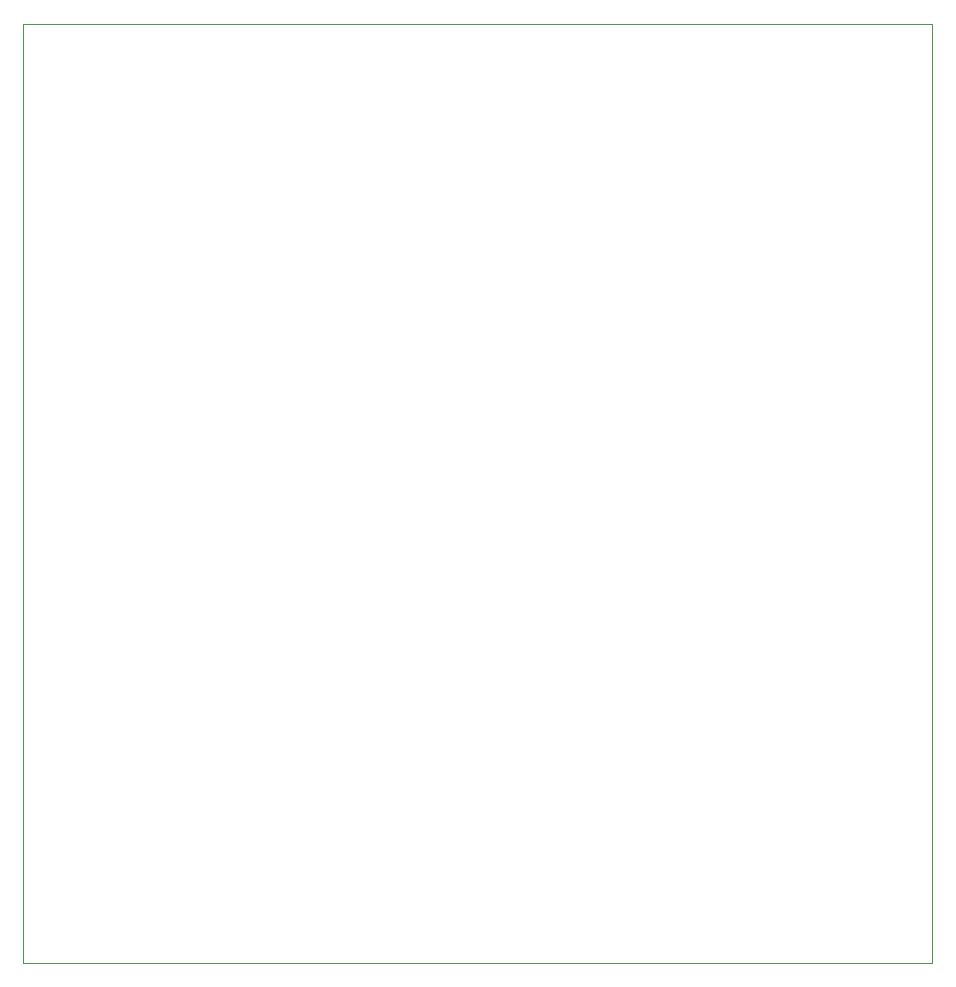
<source format=gbr>
%TF.GenerationSoftware,KiCad,Pcbnew,7.0.1*%
%TF.CreationDate,2023-03-31T16:58:59-04:00*%
%TF.ProjectId,KiwiBoard,4b697769-426f-4617-9264-2e6b69636164,rev?*%
%TF.SameCoordinates,Original*%
%TF.FileFunction,Profile,NP*%
%FSLAX46Y46*%
G04 Gerber Fmt 4.6, Leading zero omitted, Abs format (unit mm)*
G04 Created by KiCad (PCBNEW 7.0.1) date 2023-03-31 16:58:59*
%MOMM*%
%LPD*%
G01*
G04 APERTURE LIST*
%TA.AperFunction,Profile*%
%ADD10C,0.100000*%
%TD*%
G04 APERTURE END LIST*
D10*
X48768000Y-36830000D02*
X125730000Y-36830000D01*
X125730000Y-116332000D01*
X48768000Y-116332000D01*
X48768000Y-36830000D01*
M02*

</source>
